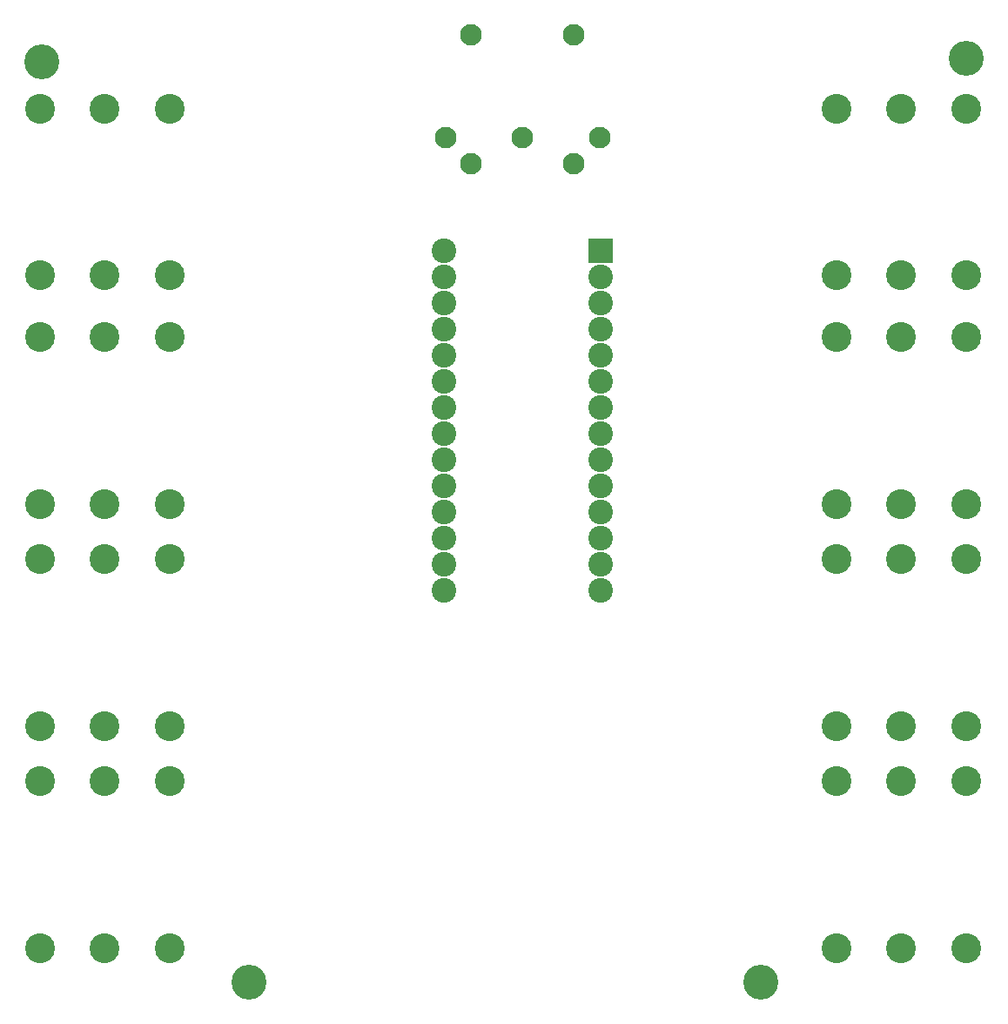
<source format=gbs>
G04 #@! TF.FileFunction,Soldermask,Bot*
%FSLAX46Y46*%
G04 Gerber Fmt 4.6, Leading zero omitted, Abs format (unit mm)*
G04 Created by KiCad (PCBNEW 0.201510170916+6271~30~ubuntu14.04.1-product) date Tue 27 Oct 2015 04:17:41 PM CET*
%MOMM*%
G01*
G04 APERTURE LIST*
%ADD10C,0.100000*%
%ADD11C,2.900000*%
%ADD12R,2.400000X2.400000*%
%ADD13C,2.400000*%
%ADD14C,2.100000*%
%ADD15C,3.400000*%
G04 APERTURE END LIST*
D10*
D11*
X99110000Y-101064000D03*
X105410000Y-101064000D03*
X111710000Y-101064000D03*
X99110000Y-84864000D03*
X105410000Y-84864000D03*
X111710000Y-84864000D03*
D12*
X153670000Y-76454000D03*
D13*
X153670000Y-78994000D03*
X153670000Y-81534000D03*
X153670000Y-84074000D03*
X153670000Y-86614000D03*
X153670000Y-89154000D03*
X153670000Y-91694000D03*
X153670000Y-94234000D03*
X153670000Y-96774000D03*
X153670000Y-99314000D03*
X153670000Y-101854000D03*
X153670000Y-104394000D03*
X153670000Y-106934000D03*
X153670000Y-109474000D03*
X138430000Y-109474000D03*
X138430000Y-106934000D03*
X138430000Y-104394000D03*
X138430000Y-101854000D03*
X138430000Y-99314000D03*
X138430000Y-96774000D03*
X138430000Y-94234000D03*
X138430000Y-91694000D03*
X138430000Y-89154000D03*
X138430000Y-86614000D03*
X138430000Y-84074000D03*
X138430000Y-81534000D03*
X138430000Y-78994000D03*
X138430000Y-76454000D03*
D11*
X99110000Y-78839000D03*
X105410000Y-78839000D03*
X111710000Y-78839000D03*
X99110000Y-62639000D03*
X105410000Y-62639000D03*
X111710000Y-62639000D03*
X99110000Y-122654000D03*
X105410000Y-122654000D03*
X111710000Y-122654000D03*
X99110000Y-106454000D03*
X105410000Y-106454000D03*
X111710000Y-106454000D03*
X99110000Y-144244000D03*
X105410000Y-144244000D03*
X111710000Y-144244000D03*
X99110000Y-128044000D03*
X105410000Y-128044000D03*
X111710000Y-128044000D03*
X189180000Y-128044000D03*
X182880000Y-128044000D03*
X176580000Y-128044000D03*
X189180000Y-144244000D03*
X182880000Y-144244000D03*
X176580000Y-144244000D03*
X189180000Y-84864000D03*
X182880000Y-84864000D03*
X176580000Y-84864000D03*
X189180000Y-101064000D03*
X182880000Y-101064000D03*
X176580000Y-101064000D03*
X189180000Y-106454000D03*
X182880000Y-106454000D03*
X176580000Y-106454000D03*
X189180000Y-122654000D03*
X182880000Y-122654000D03*
X176580000Y-122654000D03*
X189180000Y-62639000D03*
X182880000Y-62639000D03*
X176580000Y-62639000D03*
X189180000Y-78839000D03*
X182880000Y-78839000D03*
X176580000Y-78839000D03*
D14*
X153550000Y-65459000D03*
X146050000Y-65459000D03*
X138550000Y-65459000D03*
X151050000Y-67959000D03*
X141050000Y-67959000D03*
X141050000Y-55459000D03*
X151050000Y-55459000D03*
D15*
X99252000Y-58104000D03*
X189210000Y-57754000D03*
X119410000Y-147554000D03*
X169210000Y-147554000D03*
M02*

</source>
